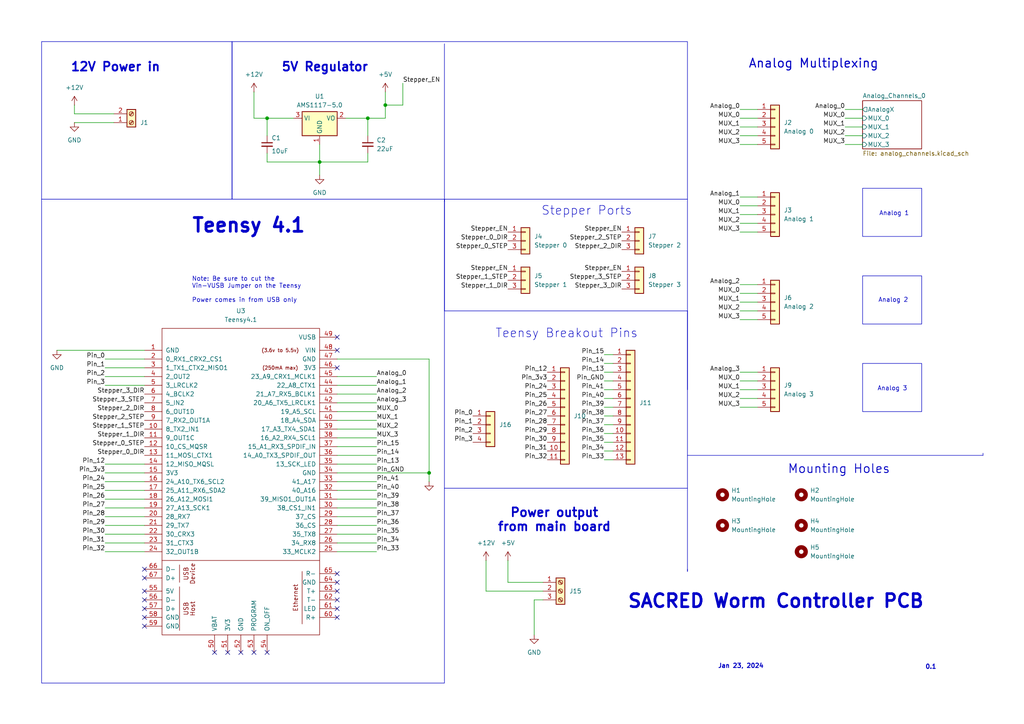
<source format=kicad_sch>
(kicad_sch (version 20231120) (generator "eeschema") (generator_version "8.0")
  (paper "A4")
  (lib_symbols
    (symbol "+5V_1" (power) (pin_numbers hide) (pin_names (offset 0) hide)
      (property "Value" "+5V" (at 0 3.556 0))
      (symbol "+5V_1_0_1"
        (polyline (pts (xy -0.762 1.27) (xy 0 2.54)))
        (polyline (pts (xy 0 0) (xy 0 2.54)))
        (polyline (pts (xy 0 2.54) (xy 0.762 1.27)))
      )
      (symbol "+5V_1_1_1"
        (pin power_in line (at 0 0 90) (length 0) (name "~") (number "1"))
      )
    )
    (symbol "Connector:Screw_Terminal_01x02" (pin_names (offset 1.016) hide)
      (property "Reference" "J" (at 0 2.54 0))
      (property "Value" "Screw_Terminal_01x02" (at 0 -5.08 0))
      (symbol "Screw_Terminal_01x02_1_1"
        (rectangle (start -1.27 1.27) (end 1.27 -3.81) (stroke (width 0.254)) (fill (type background)))
        (circle (center 0 -2.54) (radius 0.635) (stroke (width 0.1524)))
        (polyline (pts (xy -0.5334 -2.2098) (xy 0.3302 -3.048)) (stroke (width 0.1524)))
        (polyline (pts (xy -0.5334 0.3302) (xy 0.3302 -0.508)) (stroke (width 0.1524)))
        (polyline (pts (xy -0.3556 -2.032) (xy 0.508 -2.8702)) (stroke (width 0.1524)))
        (polyline (pts (xy -0.3556 0.508) (xy 0.508 -0.3302)) (stroke (width 0.1524)))
        (circle (center 0 0) (radius 0.635) (stroke (width 0.1524)))
        (pin passive line (at -5.08 0 0) (length 3.81) (name "Pin_1") (number "1"))
        (pin passive line (at -5.08 -2.54 0) (length 3.81) (name "Pin_2") (number "2"))
      )
    )
    (symbol "Connector:Screw_Terminal_01x03" (pin_names (offset 1.016) hide)
      (property "Reference" "J" (at 0 5.08 0))
      (property "Value" "Screw_Terminal_01x03" (at 0 -5.08 0))
      (symbol "Screw_Terminal_01x03_1_1"
        (rectangle (start -1.27 3.81) (end 1.27 -3.81) (stroke (width 0.254)) (fill (type background)))
        (circle (center 0 -2.54) (radius 0.635) (stroke (width 0.1524)))
        (polyline (pts (xy -0.5334 -2.2098) (xy 0.3302 -3.048)) (stroke (width 0.1524)))
        (polyline (pts (xy -0.5334 0.3302) (xy 0.3302 -0.508)) (stroke (width 0.1524)))
        (polyline (pts (xy -0.5334 2.8702) (xy 0.3302 2.032)) (stroke (width 0.1524)))
        (polyline (pts (xy -0.3556 -2.032) (xy 0.508 -2.8702)) (stroke (width 0.1524)))
        (polyline (pts (xy -0.3556 0.508) (xy 0.508 -0.3302)) (stroke (width 0.1524)))
        (polyline (pts (xy -0.3556 3.048) (xy 0.508 2.2098)) (stroke (width 0.1524)))
        (circle (center 0 0) (radius 0.635) (stroke (width 0.1524)))
        (circle (center 0 2.54) (radius 0.635) (stroke (width 0.1524)))
        (pin passive line (at -5.08 2.54 0) (length 3.81) (name "Pin_1") (number "1"))
        (pin passive line (at -5.08 0 0) (length 3.81) (name "Pin_2") (number "2"))
        (pin passive line (at -5.08 -2.54 0) (length 3.81) (name "Pin_3") (number "3"))
      )
    )
    (symbol "Connector_Generic:Conn_01x03" (pin_names (offset 1.016) hide)
      (property "Reference" "J" (at 0 5.08 0))
      (property "Value" "Conn_01x03" (at 0 -5.08 0))
      (symbol "Conn_01x03_1_1"
        (rectangle (start -1.27 -2.413) (end 0 -2.667) (stroke (width 0.1524)))
        (rectangle (start -1.27 0.127) (end 0 -0.127) (stroke (width 0.1524)))
        (rectangle (start -1.27 2.667) (end 0 2.413) (stroke (width 0.1524)))
        (rectangle (start -1.27 3.81) (end 1.27 -3.81) (stroke (width 0.254)) (fill (type background)))
        (pin passive line (at -5.08 2.54 0) (length 3.81) (name "Pin_1") (number "1"))
        (pin passive line (at -5.08 0 0) (length 3.81) (name "Pin_2") (number "2"))
        (pin passive line (at -5.08 -2.54 0) (length 3.81) (name "Pin_3") (number "3"))
      )
    )
    (symbol "Connector_Generic:Conn_01x04" (pin_names (offset 1.016) hide)
      (property "Reference" "J" (at 0 5.08 0))
      (property "Value" "Conn_01x04" (at 0 -7.62 0))
      (symbol "Conn_01x04_1_1"
        (rectangle (start -1.27 -4.953) (end 0 -5.207) (stroke (width 0.1524)))
        (rectangle (start -1.27 -2.413) (end 0 -2.667) (stroke (width 0.1524)))
        (rectangle (start -1.27 0.127) (end 0 -0.127) (stroke (width 0.1524)))
        (rectangle (start -1.27 2.667) (end 0 2.413) (stroke (width 0.1524)))
        (rectangle (start -1.27 3.81) (end 1.27 -6.35) (stroke (width 0.254)) (fill (type background)))
        (pin passive line (at -5.08 2.54 0) (length 3.81) (name "Pin_1") (number "1"))
        (pin passive line (at -5.08 0 0) (length 3.81) (name "Pin_2") (number "2"))
        (pin passive line (at -5.08 -2.54 0) (length 3.81) (name "Pin_3") (number "3"))
        (pin passive line (at -5.08 -5.08 0) (length 3.81) (name "Pin_4") (number "4"))
      )
    )
    (symbol "Connector_Generic:Conn_01x05" (pin_names (offset 1.016) hide)
      (property "Reference" "J" (at 0 7.62 0))
      (property "Value" "Conn_01x05" (at 0 -7.62 0))
      (symbol "Conn_01x05_1_1"
        (rectangle (start -1.27 -4.953) (end 0 -5.207) (stroke (width 0.1524)))
        (rectangle (start -1.27 -2.413) (end 0 -2.667) (stroke (width 0.1524)))
        (rectangle (start -1.27 0.127) (end 0 -0.127) (stroke (width 0.1524)))
        (rectangle (start -1.27 2.667) (end 0 2.413) (stroke (width 0.1524)))
        (rectangle (start -1.27 5.207) (end 0 4.953) (stroke (width 0.1524)))
        (rectangle (start -1.27 6.35) (end 1.27 -6.35) (stroke (width 0.254)) (fill (type background)))
        (pin passive line (at -5.08 5.08 0) (length 3.81) (name "Pin_1") (number "1"))
        (pin passive line (at -5.08 2.54 0) (length 3.81) (name "Pin_2") (number "2"))
        (pin passive line (at -5.08 0 0) (length 3.81) (name "Pin_3") (number "3"))
        (pin passive line (at -5.08 -2.54 0) (length 3.81) (name "Pin_4") (number "4"))
        (pin passive line (at -5.08 -5.08 0) (length 3.81) (name "Pin_5") (number "5"))
      )
    )
    (symbol "Connector_Generic:Conn_01x11" (pin_names (offset 1.016) hide)
      (property "Reference" "J" (at 0 15.24 0))
      (property "Value" "Conn_01x11" (at 0 -15.24 0))
      (symbol "Conn_01x11_1_1"
        (rectangle (start -1.27 -12.573) (end 0 -12.827) (stroke (width 0.1524)))
        (rectangle (start -1.27 -10.033) (end 0 -10.287) (stroke (width 0.1524)))
        (rectangle (start -1.27 -7.493) (end 0 -7.747) (stroke (width 0.1524)))
        (rectangle (start -1.27 -4.953) (end 0 -5.207) (stroke (width 0.1524)))
        (rectangle (start -1.27 -2.413) (end 0 -2.667) (stroke (width 0.1524)))
        (rectangle (start -1.27 0.127) (end 0 -0.127) (stroke (width 0.1524)))
        (rectangle (start -1.27 2.667) (end 0 2.413) (stroke (width 0.1524)))
        (rectangle (start -1.27 5.207) (end 0 4.953) (stroke (width 0.1524)))
        (rectangle (start -1.27 7.747) (end 0 7.493) (stroke (width 0.1524)))
        (rectangle (start -1.27 10.287) (end 0 10.033) (stroke (width 0.1524)))
        (rectangle (start -1.27 12.827) (end 0 12.573) (stroke (width 0.1524)))
        (rectangle (start -1.27 13.97) (end 1.27 -13.97) (stroke (width 0.254)) (fill (type background)))
        (pin passive line (at -5.08 12.7 0) (length 3.81) (name "Pin_1") (number "1"))
        (pin passive line (at -5.08 -10.16 0) (length 3.81) (name "Pin_10") (number "10"))
        (pin passive line (at -5.08 -12.7 0) (length 3.81) (name "Pin_11") (number "11"))
        (pin passive line (at -5.08 10.16 0) (length 3.81) (name "Pin_2") (number "2"))
        (pin passive line (at -5.08 7.62 0) (length 3.81) (name "Pin_3") (number "3"))
        (pin passive line (at -5.08 5.08 0) (length 3.81) (name "Pin_4") (number "4"))
        (pin passive line (at -5.08 2.54 0) (length 3.81) (name "Pin_5") (number "5"))
        (pin passive line (at -5.08 0 0) (length 3.81) (name "Pin_6") (number "6"))
        (pin passive line (at -5.08 -2.54 0) (length 3.81) (name "Pin_7") (number "7"))
        (pin passive line (at -5.08 -5.08 0) (length 3.81) (name "Pin_8") (number "8"))
        (pin passive line (at -5.08 -7.62 0) (length 3.81) (name "Pin_9") (number "9"))
      )
    )
    (symbol "Connector_Generic:Conn_01x13" (pin_names (offset 1.016) hide)
      (property "Reference" "J" (at 0 17.78 0))
      (property "Value" "Conn_01x13" (at 0 -17.78 0))
      (symbol "Conn_01x13_1_1"
        (rectangle (start -1.27 -15.113) (end 0 -15.367) (stroke (width 0.1524)))
        (rectangle (start -1.27 -12.573) (end 0 -12.827) (stroke (width 0.1524)))
        (rectangle (start -1.27 -10.033) (end 0 -10.287) (stroke (width 0.1524)))
        (rectangle (start -1.27 -7.493) (end 0 -7.747) (stroke (width 0.1524)))
        (rectangle (start -1.27 -4.953) (end 0 -5.207) (stroke (width 0.1524)))
        (rectangle (start -1.27 -2.413) (end 0 -2.667) (stroke (width 0.1524)))
        (rectangle (start -1.27 0.127) (end 0 -0.127) (stroke (width 0.1524)))
        (rectangle (start -1.27 2.667) (end 0 2.413) (stroke (width 0.1524)))
        (rectangle (start -1.27 5.207) (end 0 4.953) (stroke (width 0.1524)))
        (rectangle (start -1.27 7.747) (end 0 7.493) (stroke (width 0.1524)))
        (rectangle (start -1.27 10.287) (end 0 10.033) (stroke (width 0.1524)))
        (rectangle (start -1.27 12.827) (end 0 12.573) (stroke (width 0.1524)))
        (rectangle (start -1.27 15.367) (end 0 15.113) (stroke (width 0.1524)))
        (rectangle (start -1.27 16.51) (end 1.27 -16.51) (stroke (width 0.254)) (fill (type background)))
        (pin passive line (at -5.08 15.24 0) (length 3.81) (name "Pin_1") (number "1"))
        (pin passive line (at -5.08 -7.62 0) (length 3.81) (name "Pin_10") (number "10"))
        (pin passive line (at -5.08 -10.16 0) (length 3.81) (name "Pin_11") (number "11"))
        (pin passive line (at -5.08 -12.7 0) (length 3.81) (name "Pin_12") (number "12"))
        (pin passive line (at -5.08 -15.24 0) (length 3.81) (name "Pin_13") (number "13"))
        (pin passive line (at -5.08 12.7 0) (length 3.81) (name "Pin_2") (number "2"))
        (pin passive line (at -5.08 10.16 0) (length 3.81) (name "Pin_3") (number "3"))
        (pin passive line (at -5.08 7.62 0) (length 3.81) (name "Pin_4") (number "4"))
        (pin passive line (at -5.08 5.08 0) (length 3.81) (name "Pin_5") (number "5"))
        (pin passive line (at -5.08 2.54 0) (length 3.81) (name "Pin_6") (number "6"))
        (pin passive line (at -5.08 0 0) (length 3.81) (name "Pin_7") (number "7"))
        (pin passive line (at -5.08 -2.54 0) (length 3.81) (name "Pin_8") (number "8"))
        (pin passive line (at -5.08 -5.08 0) (length 3.81) (name "Pin_9") (number "9"))
      )
    )
    (symbol "Device:C_Small" (pin_numbers hide) (pin_names (offset 0.254) hide)
      (property "Reference" "C" (at 0.254 1.778 0))
      (property "Value" "C_Small" (at 0.254 -2.032 0))
      (symbol "C_Small_0_1"
        (polyline (pts (xy -1.524 -0.508) (xy 1.524 -0.508)) (stroke (width 0.3302)))
        (polyline (pts (xy -1.524 0.508) (xy 1.524 0.508)) (stroke (width 0.3048)))
      )
      (symbol "C_Small_1_1"
        (pin passive line (at 0 2.54 270) (length 2.032) (name "~") (number "1"))
        (pin passive line (at 0 -2.54 90) (length 2.032) (name "~") (number "2"))
      )
    )
    (symbol "Mechanical:MountingHole" (pin_names (offset 1.016)) (exclude_from_sim yes) (in_bom no)
      (property "Reference" "H" (at 0 5.08 0))
      (property "Value" "MountingHole" (at 0 3.175 0))
      (symbol "MountingHole_0_1"
        (circle (center 0 0) (radius 1.27) (stroke (width 1.27)))
      )
    )
    (symbol "Regulator_Linear:AMS1117-5.0"
      (property "Reference" "U" (at -3.81 3.175 0))
      (property "Value" "AMS1117-5.0" (at 0 3.175 0))
      (symbol "AMS1117-5.0_0_1"
        (rectangle (start -5.08 -5.08) (end 5.08 1.905) (stroke (width 0.254)) (fill (type background)))
      )
      (symbol "AMS1117-5.0_1_1"
        (pin power_in line (at 0 -7.62 90) (length 2.54) (name "GND") (number "1"))
        (pin power_out line (at 7.62 0 180) (length 2.54) (name "VO") (number "2"))
        (pin power_in line (at -7.62 0 0) (length 2.54) (name "VI") (number "3"))
      )
    )
    (symbol "power:+12V" (power) (pin_numbers hide) (pin_names (offset 0) hide)
      (property "Value" "+12V" (at 0 3.556 0))
      (symbol "+12V_0_1"
        (polyline (pts (xy -0.762 1.27) (xy 0 2.54)))
        (polyline (pts (xy 0 0) (xy 0 2.54)))
        (polyline (pts (xy 0 2.54) (xy 0.762 1.27)))
      )
      (symbol "+12V_1_1"
        (pin power_in line (at 0 0 90) (length 0) (name "~") (number "1"))
      )
    )
    (symbol "power:+5V" (power) (pin_numbers hide) (pin_names (offset 0) hide)
      (property "Value" "+5V" (at 0 3.556 0))
      (symbol "+5V_0_1"
        (polyline (pts (xy -0.762 1.27) (xy 0 2.54)))
        (polyline (pts (xy 0 0) (xy 0 2.54)))
        (polyline (pts (xy 0 2.54) (xy 0.762 1.27)))
      )
      (symbol "+5V_1_1"
        (pin power_in line (at 0 0 90) (length 0) (name "~") (number "1"))
      )
    )
    (symbol "power:GND" (power) (pin_numbers hide) (pin_names (offset 0) hide)
      (property "Value" "GND" (at 0 -3.81 0))
      (symbol "GND_0_1"
        (polyline (pts (xy 0 0) (xy 0 -1.27) (xy 1.27 -1.27) (xy 0 -2.54) (xy -1.27 -1.27) (xy 0 -1.27)))
      )
      (symbol "GND_1_1"
        (pin power_in line (at 0 0 270) (length 0) (name "~") (number "1"))
      )
    )
    (symbol "power:VCC" (power) (pin_numbers hide) (pin_names (offset 0) hide)
      (property "Value" "VCC" (at 0 3.556 0))
      (symbol "VCC_0_1"
        (polyline (pts (xy -0.762 1.27) (xy 0 2.54)))
        (polyline (pts (xy 0 0) (xy 0 2.54)))
        (polyline (pts (xy 0 2.54) (xy 0.762 1.27)))
      )
      (symbol "VCC_1_1"
        (pin power_in line (at 0 0 90) (length 0) (name "~") (number "1"))
      )
    )
    (symbol "teensy:Teensy4.1" (pin_names (offset 1.016))
      (property "Reference" "U2" (at 0 66.04 0))
      (property "Value" "Teensy4.1" (at 0 63.5 0))
      (symbol "Teensy4.1_0_0"
        (polyline (pts (xy -22.86 -6.35) (xy 22.86 -6.35)))
        (polyline (pts (xy -17.78 -26.67) (xy -17.78 -13.97)))
        (polyline (pts (xy -17.78 -7.62) (xy -17.78 -12.7)))
        (polyline (pts (xy 17.78 -9.525) (xy 17.78 -24.765)))
        (text "(250mA max)" (at 11.43 49.53 0) (effects (font (size 1.016 1.016))))
        (text "(3.6v to 5.5v)" (at 11.43 54.61 0) (effects (font (size 1.016 1.016))))
        (text "Device" (at -13.97 -10.16 900) (effects (font (size 1.27 1.27))))
        (text "Ethernet" (at 15.875 -17.145 900) (effects (font (size 1.27 1.27))))
        (text "Host" (at -13.97 -20.32 900) (effects (font (size 1.27 1.27))))
        (text "USB" (at -15.875 -20.32 900) (effects (font (size 1.27 1.27))))
        (text "USB" (at -15.875 -10.16 900) (effects (font (size 1.27 1.27))))
        (pin bidirectional line (at -27.94 31.75 0) (length 5.08) (name "8_TX2_IN1") (number "10"))
        (pin bidirectional line (at -27.94 29.21 0) (length 5.08) (name "9_OUT1C") (number "11"))
        (pin bidirectional line (at -27.94 26.67 0) (length 5.08) (name "10_CS_MQSR") (number "12"))
        (pin bidirectional line (at -27.94 24.13 0) (length 5.08) (name "11_MOSI_CTX1") (number "13"))
        (pin bidirectional line (at -27.94 21.59 0) (length 5.08) (name "12_MISO_MQSL") (number "14"))
        (pin bidirectional line (at -27.94 16.51 0) (length 5.08) (name "24_A10_TX6_SCL2") (number "16"))
        (pin bidirectional line (at -27.94 13.97 0) (length 5.08) (name "25_A11_RX6_SDA2") (number "17"))
        (pin bidirectional line (at -27.94 11.43 0) (length 5.08) (name "26_A12_MOSI1") (number "18"))
        (pin bidirectional line (at -27.94 8.89 0) (length 5.08) (name "27_A13_SCK1") (number "19"))
        (pin bidirectional line (at -27.94 6.35 0) (length 5.08) (name "28_RX7") (number "20"))
        (pin bidirectional line (at -27.94 3.81 0) (length 5.08) (name "29_TX7") (number "21"))
        (pin bidirectional line (at -27.94 1.27 0) (length 5.08) (name "30_CRX3") (number "22"))
        (pin bidirectional line (at -27.94 -1.27 0) (length 5.08) (name "31_CTX3") (number "23"))
        (pin bidirectional line (at -27.94 -3.81 0) (length 5.08) (name "32_OUT1B") (number "24"))
        (pin bidirectional line (at 27.94 -3.81 180) (length 5.08) (name "33_MCLK2") (number "25"))
        (pin bidirectional line (at 27.94 -1.27 180) (length 5.08) (name "34_RX8") (number "26"))
        (pin bidirectional line (at 27.94 1.27 180) (length 5.08) (name "35_TX8") (number "27"))
        (pin bidirectional line (at 27.94 3.81 180) (length 5.08) (name "36_CS") (number "28"))
        (pin bidirectional line (at 27.94 6.35 180) (length 5.08) (name "37_CS") (number "29"))
        (pin bidirectional line (at 27.94 8.89 180) (length 5.08) (name "38_CS1_IN1") (number "30"))
        (pin bidirectional line (at 27.94 11.43 180) (length 5.08) (name "39_MISO1_OUT1A") (number "31"))
        (pin bidirectional line (at 27.94 13.97 180) (length 5.08) (name "40_A16") (number "32"))
        (pin bidirectional line (at 27.94 16.51 180) (length 5.08) (name "41_A17") (number "33"))
        (pin bidirectional line (at 27.94 21.59 180) (length 5.08) (name "13_SCK_LED") (number "35"))
        (pin bidirectional line (at 27.94 24.13 180) (length 5.08) (name "14_A0_TX3_SPDIF_OUT") (number "36"))
        (pin bidirectional line (at 27.94 26.67 180) (length 5.08) (name "15_A1_RX3_SPDIF_IN") (number "37"))
        (pin bidirectional line (at 27.94 29.21 180) (length 5.08) (name "16_A2_RX4_SCL1") (number "38"))
        (pin bidirectional line (at 27.94 31.75 180) (length 5.08) (name "17_A3_TX4_SDA1") (number "39"))
        (pin bidirectional line (at 27.94 34.29 180) (length 5.08) (name "18_A4_SDA") (number "40"))
        (pin bidirectional line (at 27.94 36.83 180) (length 5.08) (name "19_A5_SCL") (number "41"))
        (pin bidirectional line (at 27.94 39.37 180) (length 5.08) (name "20_A6_TX5_LRCLK1") (number "42"))
        (pin bidirectional line (at 27.94 41.91 180) (length 5.08) (name "21_A7_RX5_BCLK1") (number "43"))
        (pin bidirectional line (at 27.94 44.45 180) (length 5.08) (name "22_A8_CTX1") (number "44"))
        (pin bidirectional line (at 27.94 46.99 180) (length 5.08) (name "23_A9_CRX1_MCLK1") (number "45"))
        (pin power_out line (at 27.94 49.53 180) (length 5.08) (name "3V3") (number "46"))
        (pin power_out line (at 27.94 52.07 180) (length 5.08) (name "GND") (number "47"))
        (pin power_in line (at 27.94 54.61 180) (length 5.08) (name "VIN") (number "48"))
        (pin power_out line (at 27.94 58.42 180) (length 5.08) (name "VUSB") (number "49"))
        (pin bidirectional line (at -27.94 44.45 0) (length 5.08) (name "3_LRCLK2") (number "5"))
        (pin power_in line (at -7.62 -33.02 90) (length 5.08) (name "VBAT") (number "50"))
        (pin power_in line (at -3.81 -33.02 90) (length 5.08) (name "3V3") (number "51"))
        (pin input line (at 0 -33.02 90) (length 5.08) (name "GND") (number "52"))
        (pin input line (at 3.81 -33.02 90) (length 5.08) (name "PROGRAM") (number "53"))
        (pin input line (at 7.62 -33.02 90) (length 5.08) (name "ON_OFF") (number "54"))
        (pin power_out line (at -27.94 -15.24 0) (length 5.08) (name "5V") (number "55"))
        (pin bidirectional line (at -27.94 -17.78 0) (length 5.08) (name "D-") (number "56"))
        (pin bidirectional line (at -27.94 -20.32 0) (length 5.08) (name "D+") (number "57"))
        (pin power_in line (at -27.94 -22.86 0) (length 5.08) (name "GND") (number "58"))
        (pin power_in line (at -27.94 -25.4 0) (length 5.08) (name "GND") (number "59"))
        (pin bidirectional line (at -27.94 41.91 0) (length 5.08) (name "4_BCLK2") (number "6"))
        (pin bidirectional line (at 27.94 -22.86 180) (length 5.08) (name "R+") (number "60"))
        (pin bidirectional line (at 27.94 -20.32 180) (length 5.08) (name "LED") (number "61"))
        (pin bidirectional line (at 27.94 -17.78 180) (length 5.08) (name "T-") (number "62"))
        (pin bidirectional line (at 27.94 -15.24 180) (length 5.08) (name "T+") (number "63"))
        (pin power_in line (at 27.94 -12.7 180) (length 5.08) (name "GND") (number "64"))
        (pin bidirectional line (at 27.94 -10.16 180) (length 5.08) (name "R-") (number "65"))
        (pin bidirectional line (at -27.94 -8.89 0) (length 5.08) (name "D-") (number "66"))
        (pin bidirectional line (at -27.94 -11.43 0) (length 5.08) (name "D+") (number "67"))
        (pin bidirectional line (at -27.94 39.37 0) (length 5.08) (name "5_IN2") (number "7"))
        (pin bidirectional line (at -27.94 36.83 0) (length 5.08) (name "6_OUT1D") (number "8"))
        (pin bidirectional line (at -27.94 34.29 0) (length 5.08) (name "7_RX2_OUT1A") (number "9"))
      )
      (symbol "Teensy4.1_0_1"
        (rectangle (start -22.86 60.96) (end 22.86 -27.94))
        (rectangle (start -20.32 -1.27) (end -20.32 -1.27))
      )
      (symbol "Teensy4.1_1_0"
        (pin power_out line (at -27.94 19.05 0) (length 5.08) (name "3V3") (number "15"))
      )
      (symbol "Teensy4.1_1_1"
        (pin power_in line (at -27.94 54.61 0) (length 5.08) (name "GND") (number "1"))
        (pin bidirectional line (at -27.94 52.07 0) (length 5.08) (name "0_RX1_CRX2_CS1") (number "2"))
        (pin bidirectional line (at -27.94 49.53 0) (length 5.08) (name "1_TX1_CTX2_MISO1") (number "3"))
        (pin power_out line (at 27.94 19.05 180) (length 5.08) (name "GND") (number "34"))
        (pin bidirectional line (at -27.94 46.99 0) (length 5.08) (name "2_OUT2") (number "4"))
      )
    )
  )
  (junction (at 92.71 46.99))
  (junction (at 77.47 34.29))
  (junction (at 111.76 30.48))
  (junction (at 124.46 137.16))
  (junction (at 106.68 34.29))
  (no_connect (at 97.79 173.99))
  (no_connect (at 97.79 176.53))
  (no_connect (at 62.23 189.23))
  (no_connect (at 41.91 181.61))
  (no_connect (at 77.47 189.23))
  (no_connect (at 41.91 165.1))
  (no_connect (at 97.79 168.91))
  (no_connect (at 97.79 97.79))
  (no_connect (at 73.66 189.23))
  (no_connect (at 41.91 167.64))
  (no_connect (at 41.91 173.99))
  (no_connect (at 97.79 179.07))
  (no_connect (at 66.04 189.23))
  (no_connect (at 97.79 171.45))
  (no_connect (at 41.91 176.53))
  (no_connect (at 97.79 166.37))
  (no_connect (at 41.91 171.45))
  (no_connect (at 69.85 189.23))
  (no_connect (at 97.79 106.68))
  (no_connect (at 41.91 179.07))
  (no_connect (at 97.79 101.6))
  (wire (pts (xy 147.32 168.91) (xy 157.48 168.91)))
  (wire (pts (xy 214.63 34.29) (xy 219.71 34.29)))
  (wire (pts (xy 154.94 173.99) (xy 154.94 184.15)))
  (polyline (pts (xy 128.905 141.605) (xy 199.39 141.605)))
  (wire (pts (xy 214.63 31.75) (xy 219.71 31.75)))
  (wire (pts (xy 175.26 110.49) (xy 177.8 110.49)))
  (wire (pts (xy 214.63 87.63) (xy 219.71 87.63)))
  (wire (pts (xy 245.11 41.91) (xy 250.19 41.91)))
  (wire (pts (xy 97.79 157.48) (xy 109.22 157.48)))
  (wire (pts (xy 77.47 46.99) (xy 92.71 46.99)))
  (wire (pts (xy 116.84 30.48) (xy 111.76 30.48)))
  (wire (pts (xy 124.46 104.14) (xy 124.46 137.16)))
  (wire (pts (xy 97.79 149.86) (xy 109.22 149.86)))
  (polyline (pts (xy 199.39 165.1) (xy 199.39 165.735)))
  (wire (pts (xy 214.63 67.31) (xy 219.71 67.31)))
  (wire (pts (xy 30.48 154.94) (xy 41.91 154.94)))
  (wire (pts (xy 214.63 115.57) (xy 219.71 115.57)))
  (wire (pts (xy 175.26 105.41) (xy 177.8 105.41)))
  (wire (pts (xy 30.48 111.76) (xy 41.91 111.76)))
  (wire (pts (xy 111.76 34.29) (xy 106.68 34.29)))
  (wire (pts (xy 175.26 133.35) (xy 177.8 133.35)))
  (wire (pts (xy 106.68 46.99) (xy 106.68 44.45)))
  (wire (pts (xy 21.59 33.02) (xy 33.02 33.02)))
  (wire (pts (xy 175.26 118.11) (xy 177.8 118.11)))
  (wire (pts (xy 214.63 82.55) (xy 219.71 82.55)))
  (wire (pts (xy 106.68 39.37) (xy 106.68 34.29)))
  (wire (pts (xy 214.63 90.17) (xy 219.71 90.17)))
  (wire (pts (xy 97.79 154.94) (xy 109.22 154.94)))
  (wire (pts (xy 109.22 127) (xy 97.79 127)))
  (wire (pts (xy 97.79 132.08) (xy 109.22 132.08)))
  (polyline (pts (xy 199.39 132.08) (xy 285.115 132.08)))
  (wire (pts (xy 30.48 109.22) (xy 41.91 109.22)))
  (wire (pts (xy 109.22 124.46) (xy 97.79 124.46)))
  (wire (pts (xy 175.26 128.27) (xy 177.8 128.27)))
  (wire (pts (xy 111.76 26.67) (xy 111.76 30.48)))
  (wire (pts (xy 30.48 160.02) (xy 41.91 160.02)))
  (wire (pts (xy 147.32 168.91) (xy 147.32 162.56)))
  (wire (pts (xy 214.63 36.83) (xy 219.71 36.83)))
  (wire (pts (xy 175.26 130.81) (xy 177.8 130.81)))
  (wire (pts (xy 109.22 111.76) (xy 97.79 111.76)))
  (wire (pts (xy 175.26 125.73) (xy 177.8 125.73)))
  (polyline (pts (xy 128.905 12.7) (xy 128.905 58.42)))
  (wire (pts (xy 214.63 57.15) (xy 219.71 57.15)))
  (wire (pts (xy 97.79 142.24) (xy 109.22 142.24)))
  (wire (pts (xy 97.79 129.54) (xy 109.22 129.54)))
  (wire (pts (xy 97.79 139.7) (xy 109.22 139.7)))
  (wire (pts (xy 30.48 147.32) (xy 41.91 147.32)))
  (wire (pts (xy 214.63 110.49) (xy 219.71 110.49)))
  (wire (pts (xy 92.71 50.8) (xy 92.71 46.99)))
  (wire (pts (xy 92.71 46.99) (xy 106.68 46.99)))
  (wire (pts (xy 77.47 34.29) (xy 85.09 34.29)))
  (wire (pts (xy 109.22 119.38) (xy 97.79 119.38)))
  (wire (pts (xy 30.48 134.62) (xy 41.91 134.62)))
  (wire (pts (xy 124.46 104.14) (xy 97.79 104.14)))
  (wire (pts (xy 92.71 46.99) (xy 92.71 41.91)))
  (wire (pts (xy 214.63 41.91) (xy 219.71 41.91)))
  (wire (pts (xy 109.22 121.92) (xy 97.79 121.92)))
  (wire (pts (xy 214.63 107.95) (xy 219.71 107.95)))
  (wire (pts (xy 77.47 46.99) (xy 77.47 44.45)))
  (wire (pts (xy 109.22 114.3) (xy 97.79 114.3)))
  (wire (pts (xy 140.97 171.45) (xy 157.48 171.45)))
  (wire (pts (xy 175.26 102.87) (xy 177.8 102.87)))
  (wire (pts (xy 245.11 31.75) (xy 250.19 31.75)))
  (wire (pts (xy 214.63 64.77) (xy 219.71 64.77)))
  (polyline (pts (xy 285.115 131.445) (xy 285.115 132.08)))
  (wire (pts (xy 97.79 134.62) (xy 109.22 134.62)))
  (wire (pts (xy 175.26 123.19) (xy 177.8 123.19)))
  (wire (pts (xy 140.97 171.45) (xy 140.97 162.56)))
  (wire (pts (xy 157.48 173.99) (xy 154.94 173.99)))
  (wire (pts (xy 214.63 113.03) (xy 219.71 113.03)))
  (wire (pts (xy 245.11 34.29) (xy 250.19 34.29)))
  (wire (pts (xy 116.84 24.13) (xy 116.84 30.48)))
  (wire (pts (xy 30.48 139.7) (xy 41.91 139.7)))
  (wire (pts (xy 245.11 39.37) (xy 250.19 39.37)))
  (wire (pts (xy 30.48 157.48) (xy 41.91 157.48)))
  (wire (pts (xy 106.68 34.29) (xy 100.33 34.29)))
  (wire (pts (xy 73.66 34.29) (xy 77.47 34.29)))
  (wire (pts (xy 214.63 85.09) (xy 219.71 85.09)))
  (wire (pts (xy 73.66 26.67) (xy 73.66 34.29)))
  (wire (pts (xy 97.79 152.4) (xy 109.22 152.4)))
  (wire (pts (xy 214.63 62.23) (xy 219.71 62.23)))
  (wire (pts (xy 97.79 137.16) (xy 124.46 137.16)))
  (wire (pts (xy 109.22 116.84) (xy 97.79 116.84)))
  (wire (pts (xy 175.26 115.57) (xy 177.8 115.57)))
  (wire (pts (xy 214.63 39.37) (xy 219.71 39.37)))
  (wire (pts (xy 30.48 104.14) (xy 41.91 104.14)))
  (wire (pts (xy 30.48 152.4) (xy 41.91 152.4)))
  (wire (pts (xy 77.47 39.37) (xy 77.47 34.29)))
  (wire (pts (xy 16.51 101.6) (xy 41.91 101.6)))
  (wire (pts (xy 30.48 149.86) (xy 41.91 149.86)))
  (wire (pts (xy 175.26 113.03) (xy 177.8 113.03)))
  (wire (pts (xy 30.48 144.78) (xy 41.91 144.78)))
  (wire (pts (xy 214.63 59.69) (xy 219.71 59.69)))
  (wire (pts (xy 245.11 36.83) (xy 250.19 36.83)))
  (wire (pts (xy 97.79 144.78) (xy 109.22 144.78)))
  (wire (pts (xy 21.59 35.56) (xy 33.02 35.56)))
  (polyline (pts (xy 199.39 90.17) (xy 199.39 113.03)))
  (wire (pts (xy 109.22 109.22) (xy 97.79 109.22)))
  (wire (pts (xy 97.79 160.02) (xy 109.22 160.02)))
  (wire (pts (xy 30.48 142.24) (xy 41.91 142.24)))
  (wire (pts (xy 97.79 147.32) (xy 109.22 147.32)))
  (wire (pts (xy 30.48 137.16) (xy 41.91 137.16)))
  (wire (pts (xy 175.26 107.95) (xy 177.8 107.95)))
  (wire (pts (xy 214.63 118.11) (xy 219.71 118.11)))
  (polyline (pts (xy 199.39 165.735) (xy 199.39 90.17)))
  (wire (pts (xy 214.63 92.71) (xy 219.71 92.71)))
  (wire (pts (xy 111.76 30.48) (xy 111.76 34.29)))
  (wire (pts (xy 30.48 106.68) (xy 41.91 106.68)))
  (wire (pts (xy 124.46 137.16) (xy 124.46 139.7)))
  (wire (pts (xy 175.26 120.65) (xy 177.8 120.65)))
  (wire (pts (xy 21.59 33.02) (xy 21.59 30.48)))
  (rectangle (start 67.31 12.065) (end 199.39 57.785))
  (rectangle (start 12.065 12.065) (end 67.31 57.785))
  (rectangle (start 128.905 57.785) (end 199.39 90.17))
  (rectangle (start 250.19 54.61) (end 267.335 68.58))
  (rectangle (start 250.19 80.01) (end 267.335 93.98))
  (rectangle (start 250.19 105.41) (end 267.335 119.38))
  (rectangle (start 12.065 57.785) (end 128.905 198.12))
  (text "Analog Multiplexing" (at 235.966 18.542 0) (effects (font (size 2.54 2.54) (thickness 0.3175))))
  (text "Stepper Ports" (at 170.18 61.214 0) (effects (font (size 2.54 2.54))))
  (text "Power output\nfrom main board" (at 160.782 150.876 0) (effects (font (size 2.54 2.54) (thickness 0.508) (bold yes))))
  (text "Jan 23, 2024" (at 214.884 193.294 0) (effects (font (size 1.27 1.27) (thickness 0.254) (bold yes))))
  (text "Teensy Breakout Pins" (at 164.338 96.774 0) (effects (font (size 2.54 2.54))))
  (text "Teensy 4.1" (at 72.136 65.532 0) (effects (font (size 4 4) (thickness 0.8) (bold yes))))
  (text "Analog 2" (at 259.08 87.122 0) (effects (font (size 1.27 1.27) (thickness 0.1588))))
  (text "12V Power in" (at 33.528 19.558 0) (effects (font (size 2.54 2.54) (thickness 0.508) (bold yes))))
  (text "Analog 1" (at 259.334 61.976 0) (effects (font (size 1.27 1.27) (thickness 0.1588))))
  (text "Note: Be sure to cut the \nVin-VUSB Jumper on the Teensy\n\nPower comes in from USB only" (at 55.626 84.074 0) (effects (font (size 1.27 1.27)) (justify left)))
  (text "5V Regulator" (at 94.234 19.558 0) (effects (font (size 2.54 2.54) (thickness 0.508) (bold yes))))
  (text "SACRED Worm Controller PCB" (at 225.044 174.498 0) (effects (font (size 3.81 3.81) (thickness 0.762) (bold yes))))
  (text "Mounting Holes" (at 243.332 136.144 0) (effects (font (size 2.54 2.54) (thickness 0.254) (bold yes))))
  (text "0.1" (at 270.002 193.548 0) (effects (font (size 1.27 1.27) (thickness 0.254) (bold yes))))
  (text "Analog 3" (at 258.826 112.776 0) (effects (font (size 1.27 1.27) (thickness 0.1588))))
  (label "MUX_3" (at 214.63 118.11 180))
  (label "MUX_0" (at 214.63 85.09 180))
  (label "Pin_0" (at 137.16 120.65 180) (effects (font (thickness 0.1588))))
  (label "MUX_2" (at 214.63 115.57 180))
  (label "Analog_2" (at 109.22 114.3 0))
  (label "Pin_41" (at 109.22 139.7 0))
  (label "MUX_0" (at 214.63 59.69 180))
  (label "Pin_2" (at 30.48 109.22 180) (effects (font (thickness 0.1588))))
  (label "MUX_3" (at 214.63 41.91 180))
  (label "Pin_27" (at 30.48 147.32 180) (effects (font (thickness 0.1588))))
  (label "Pin_33" (at 175.26 133.35 180))
  (label "Stepper_EN" (at 147.32 67.31 180))
  (label "MUX_1" (at 109.22 121.92 0))
  (label "Pin_14" (at 109.22 132.08 0))
  (label "MUX_2" (at 214.63 39.37 180))
  (label "Stepper_EN" (at 116.84 24.13 0))
  (label "Pin_31" (at 158.75 130.81 180) (effects (font (thickness 0.1588))))
  (label "MUX_0" (at 245.11 34.29 180))
  (label "MUX_1" (at 214.63 62.23 180))
  (label "Stepper_3_STEP" (at 180.34 81.28 180))
  (label "Pin_24" (at 158.75 113.03 180) (effects (font (thickness 0.1588))))
  (label "Pin_0" (at 30.48 104.14 180) (effects (font (thickness 0.1588))))
  (label "Pin_3v3" (at 30.48 137.16 180) (effects (font (thickness 0.1588))))
  (label "Stepper_EN" (at 180.34 67.31 180))
  (label "Pin_35" (at 175.26 128.27 180))
  (label "Pin_15" (at 109.22 129.54 0))
  (label "Stepper_2_DIR" (at 41.91 119.38 180))
  (label "Pin_25" (at 158.75 115.57 180) (effects (font (thickness 0.1588))))
  (label "Analog_0" (at 245.11 31.75 180))
  (label "Pin_1" (at 137.16 123.19 180) (effects (font (thickness 0.1588))))
  (label "Pin_40" (at 109.22 142.24 0))
  (label "Pin_37" (at 109.22 149.86 0))
  (label "Stepper_2_DIR" (at 180.34 72.39 180))
  (label "MUX_1" (at 214.63 36.83 180))
  (label "Pin_GND" (at 175.26 110.49 180))
  (label "Pin_41" (at 175.26 113.03 180))
  (label "Pin_34" (at 109.22 157.48 0))
  (label "MUX_3" (at 109.22 127 0))
  (label "Stepper_1_STEP" (at 147.32 81.28 180))
  (label "Stepper_3_STEP" (at 41.91 116.84 180))
  (label "Analog_2" (at 214.63 82.55 180))
  (label "Pin_30" (at 30.48 154.94 180) (effects (font (thickness 0.1588))))
  (label "MUX_3" (at 214.63 67.31 180))
  (label "Pin_29" (at 158.75 125.73 180) (effects (font (thickness 0.1588))))
  (label "Stepper_2_STEP" (at 180.34 69.85 180))
  (label "Stepper_1_DIR" (at 41.91 127 180))
  (label "Pin_32" (at 158.75 133.35 180) (effects (font (thickness 0.1588))))
  (label "Analog_3" (at 109.22 116.84 0))
  (label "Stepper_1_DIR" (at 147.32 83.82 180))
  (label "Pin_25" (at 30.48 142.24 180) (effects (font (thickness 0.1588))))
  (label "MUX_2" (at 214.63 64.77 180))
  (label "Stepper_EN" (at 147.32 78.74 180))
  (label "MUX_2" (at 245.11 39.37 180))
  (label "Pin_12" (at 158.75 107.95 180))
  (label "Stepper_0_STEP" (at 41.91 129.54 180))
  (label "Analog_3" (at 214.63 107.95 180))
  (label "Pin_36" (at 109.22 152.4 0))
  (label "Pin_40" (at 175.26 115.57 180))
  (label "Pin_39" (at 109.22 144.78 0))
  (label "Stepper_0_STEP" (at 147.32 72.39 180))
  (label "Pin_12" (at 30.48 134.62 180))
  (label "Stepper_0_DIR" (at 41.91 132.08 180))
  (label "Pin_13" (at 109.22 134.62 0))
  (label "Pin_3" (at 137.16 128.27 180) (effects (font (thickness 0.1588))))
  (label "Analog_1" (at 214.63 57.15 180))
  (label "Pin_GND" (at 109.22 137.16 0))
  (label "Pin_33" (at 109.22 160.02 0))
  (label "Pin_27" (at 158.75 120.65 180) (effects (font (thickness 0.1588))))
  (label "Pin_38" (at 109.22 147.32 0))
  (label "MUX_3" (at 245.11 41.91 180))
  (label "Stepper_EN" (at 180.34 78.74 180))
  (label "Pin_30" (at 158.75 128.27 180) (effects (font (thickness 0.1588))))
  (label "Analog_0" (at 109.22 109.22 0))
  (label "Analog_0" (at 214.63 31.75 180))
  (label "Stepper_3_DIR" (at 180.34 83.82 180))
  (label "Pin_35" (at 109.22 154.94 0))
  (label "Pin_14" (at 175.26 105.41 180))
  (label "Pin_28" (at 30.48 149.86 180) (effects (font (thickness 0.1588))))
  (label "Pin_29" (at 30.48 152.4 180) (effects (font (thickness 0.1588))))
  (label "MUX_1" (at 214.63 87.63 180))
  (label "Stepper_1_STEP" (at 41.91 124.46 180))
  (label "MUX_3" (at 214.63 92.71 180))
  (label "Pin_26" (at 30.48 144.78 180) (effects (font (thickness 0.1588))))
  (label "Pin_26" (at 158.75 118.11 180) (effects (font (thickness 0.1588))))
  (label "Pin_3" (at 30.48 111.76 180) (effects (font (thickness 0.1588))))
  (label "Pin_36" (at 175.26 125.73 180))
  (label "Pin_37" (at 175.26 123.19 180))
  (label "Pin_39" (at 175.26 118.11 180))
  (label "MUX_2" (at 109.22 124.46 0))
  (label "Pin_28" (at 158.75 123.19 180) (effects (font (thickness 0.1588))))
  (label "Pin_15" (at 175.26 102.87 180))
  (label "Pin_32" (at 30.48 160.02 180) (effects (font (thickness 0.1588))))
  (label "Stepper_2_STEP" (at 41.91 121.92 180))
  (label "Pin_31" (at 30.48 157.48 180) (effects (font (thickness 0.1588))))
  (label "Pin_2" (at 137.16 125.73 180) (effects (font (thickness 0.1588))))
  (label "MUX_2" (at 214.63 90.17 180))
  (label "Pin_24" (at 30.48 139.7 180) (effects (font (thickness 0.1588))))
  (label "MUX_1" (at 245.11 36.83 180))
  (label "MUX_0" (at 214.63 34.29 180))
  (label "Pin_38" (at 175.26 120.65 180))
  (label "MUX_0" (at 109.22 119.38 0))
  (label "Stepper_0_DIR" (at 147.32 69.85 180))
  (label "MUX_1" (at 214.63 113.03 180))
  (label "Analog_1" (at 109.22 111.76 0))
  (label "Pin_3v3" (at 158.75 110.49 180) (effects (font (thickness 0.1588))))
  (label "Pin_34" (at 175.26 130.81 180))
  (label "Stepper_3_DIR" (at 41.91 114.3 180))
  (label "Pin_13" (at 175.26 107.95 180))
  (label "Pin_1" (at 30.48 106.68 180) (effects (font (thickness 0.1588))))
  (label "MUX_0" (at 214.63 110.49 180))
  (symbol (lib_id "Mechanical:MountingHole") (at 209.55 143.51 0) (unit 1) (exclude_from_sim yes) (in_bom no)
    (property "Reference" "H1" (at 212.09 142.2399 0) (effects (justify left)))
    (property "Value" "MountingHole" (at 212.09 144.7799 0) (effects (justify left)))
    (property "Footprint" "MountingHole:MountingHole_3.2mm_M3" (effects (hide yes)))
    (property "Description" "Mounting Hole without connection" (effects (hide yes)))
  )
  (symbol (lib_id "Mechanical:MountingHole") (at 232.41 143.51 0) (unit 1) (exclude_from_sim yes) (in_bom no)
    (property "Reference" "H2" (at 234.95 142.2399 0) (effects (justify left)))
    (property "Value" "MountingHole" (at 234.95 144.7799 0) (effects (justify left)))
    (property "Footprint" "MountingHole:MountingHole_3.2mm_M3" (effects (hide yes)))
    (property "Description" "Mounting Hole without connection" (effects (hide yes)))
  )
  (symbol (lib_id "Connector_Generic:Conn_01x11") (at 163.83 120.65 0) (unit 1)
    (property "Reference" "J10" (at 166.37 120.6499 0) (effects (justify left)))
    (property "Value" "Conn_01x11" (effects (hide yes)))
    (property "Footprint" "Connector_PinHeader_2.54mm:PinHeader_1x11_P2.54mm_Vertical" (effects (hide yes)))
    (property "Description" "Generic connector, single row, 01x11, script generated (kicad-library-utils/schlib/autogen/connector/)" (effects (hide yes)))
  )
  (symbol (lib_name "+5V_1") (lib_id "power:+5V") (at 111.76 26.67 0) (unit 1)
    (property "Reference" "#PWR02" (effects (hide yes)))
    (property "Value" "+5V" (at 111.76 21.59 0))
    (property "Description" "Power symbol creates a global label with name \"+5V\"" (effects (hide yes)))
  )
  (symbol (lib_id "Connector_Generic:Conn_01x03") (at 185.42 81.28 0) (unit 1) (exclude_from_sim yes)
    (property "Reference" "J8" (at 187.96 80.0099 0) (effects (justify left)))
    (property "Value" "Stepper 3" (at 187.96 82.5499 0) (effects (justify left)))
    (property "Footprint" "Connector_PinHeader_2.54mm:PinHeader_1x03_P2.54mm_Vertical" (effects (hide yes)))
    (property "Description" "Generic connector, single row, 01x03, script generated (kicad-library-utils/schlib/autogen/connector/)" (effects (hide yes)))
  )
  (symbol (lib_id "Regulator_Linear:AMS1117-5.0") (at 92.71 34.29 0) (unit 1) (exclude_from_sim yes)
    (property "Reference" "U1" (at 92.71 27.94 0))
    (property "Value" "AMS1117-5.0" (at 92.71 30.48 0))
    (property "Footprint" "Package_TO_SOT_SMD:SOT-223-3_TabPin2" (effects (hide yes)))
    (property "Datasheet" "http://www.advanced-monolithic.com/pdf/ds1117.pdf" (effects (hide yes)))
    (property "Description" "1A Low Dropout regulator, positive, 5.0V fixed output, SOT-223" (effects (hide yes)))
  )
  (symbol (lib_id "Connector:Screw_Terminal_01x02") (at 38.1 35.56 0) (mirror x) (unit 1) (exclude_from_sim yes)
    (property "Reference" "J1" (at 40.64 35.5601 0) (effects (justify left)))
    (property "Value" "Screw_Terminal_01x02" (effects (hide yes)))
    (property "Footprint" "TerminalBlock_Phoenix:TerminalBlock_Phoenix_MKDS-1,5-2_1x02_P5.00mm_Horizontal" (effects (hide yes)))
    (property "Description" "Generic screw terminal, single row, 01x02, script generated (kicad-library-utils/schlib/autogen/connector/)" (effects (hide yes)))
  )
  (symbol (lib_id "Connector_Generic:Conn_01x05") (at 224.79 113.03 0) (unit 1) (exclude_from_sim yes)
    (property "Reference" "J9" (at 227.33 111.7599 0) (effects (justify left)))
    (property "Value" "Analog 3" (at 227.33 114.2999 0) (effects (justify left)))
    (property "Footprint" "Connector_PinHeader_2.54mm:PinHeader_1x05_P2.54mm_Vertical" (effects (hide yes)))
    (property "Description" "Generic connector, single row, 01x05, script generated (kicad-library-utils/schlib/autogen/connector/)" (effects (hide yes)))
  )
  (symbol (lib_id "Connector_Generic:Conn_01x05") (at 224.79 87.63 0) (unit 1) (exclude_from_sim yes)
    (property "Reference" "J6" (at 227.33 86.3599 0) (effects (justify left)))
    (property "Value" "Analog 2" (at 227.33 88.8999 0) (effects (justify left)))
    (property "Footprint" "Connector_PinHeader_2.54mm:PinHeader_1x05_P2.54mm_Vertical" (effects (hide yes)))
    (property "Description" "Generic connector, single row, 01x05, script generated (kicad-library-utils/schlib/autogen/connector/)" (effects (hide yes)))
  )
  (symbol (lib_id "power:+12V") (at 140.97 162.56 0) (unit 1)
    (property "Reference" "#PWR027" (effects (hide yes)))
    (property "Value" "+12V" (at 140.97 157.48 0))
    (property "Description" "Power symbol creates a global label with name \"+12V\"" (effects (hide yes)))
  )
  (symbol (lib_id "power:GND") (at 154.94 184.15 0) (unit 1)
    (property "Reference" "#PWR030" (effects (hide yes)))
    (property "Value" "GND" (at 154.94 189.23 0))
    (property "Description" "Power symbol creates a global label with name \"GND\" , ground" (effects (hide yes)))
  )
  (symbol (lib_id "Connector_Generic:Conn_01x05") (at 224.79 62.23 0) (unit 1) (exclude_from_sim yes)
    (property "Reference" "J3" (at 227.33 60.9599 0) (effects (justify left)))
    (property "Value" "Analog 1" (at 227.33 63.4999 0) (effects (justify left)))
    (property "Footprint" "Connector_PinHeader_2.54mm:PinHeader_1x05_P2.54mm_Vertical" (effects (hide yes)))
    (property "Description" "Generic connector, single row, 01x05, script generated (kicad-library-utils/schlib/autogen/connector/)" (effects (hide yes)))
  )
  (symbol (lib_id "Connector_Generic:Conn_01x04") (at 142.24 123.19 0) (unit 1)
    (property "Reference" "J16" (at 144.78 123.1899 0) (effects (justify left)))
    (property "Value" "Conn_01x04" (effects (hide yes)))
    (property "Footprint" "Connector_PinHeader_2.54mm:PinHeader_1x04_P2.54mm_Vertical" (effects (hide yes)))
    (property "Description" "Generic connector, single row, 01x04, script generated (kicad-library-utils/schlib/autogen/connector/)" (effects (hide yes)))
  )
  (symbol (lib_id "power:GND") (at 16.51 101.6 0) (unit 1)
    (property "Reference" "#PWR09" (effects (hide yes)))
    (property "Value" "GND" (at 16.51 106.68 0))
    (property "Description" "Power symbol creates a global label with name \"GND\" , ground" (effects (hide yes)))
  )
  (symbol (lib_id "power:+5V") (at 147.32 162.56 0) (unit 1)
    (property "Reference" "#PWR028" (effects (hide yes)))
    (property "Value" "+5V" (at 147.32 157.48 0))
    (property "Description" "Power symbol creates a global label with name \"+5V\"" (effects (hide yes)))
  )
  (symbol (lib_id "Mechanical:MountingHole") (at 209.55 152.4 0) (unit 1) (exclude_from_sim yes) (in_bom no)
    (property "Reference" "H3" (at 212.09 151.1299 0) (effects (justify left)))
    (property "Value" "MountingHole" (at 212.09 153.6699 0) (effects (justify left)))
    (property "Footprint" "MountingHole:MountingHole_3.2mm_M3" (effects (hide yes)))
    (property "Description" "Mounting Hole without connection" (effects (hide yes)))
  )
  (symbol (lib_id "Mechanical:MountingHole") (at 232.41 152.4 0) (unit 1) (exclude_from_sim yes) (in_bom no) (on_board no)
    (property "Reference" "H4" (at 234.95 151.1299 0) (effects (justify left)))
    (property "Value" "MountingHole" (at 234.95 153.6699 0) (effects (justify left)))
    (property "Footprint" "MountingHole:MountingHole_3.2mm_M3" (effects (hide yes)))
    (property "Description" "Mounting Hole without connection" (effects (hide yes)))
  )
  (symbol (lib_id "Connector_Generic:Conn_01x13") (at 182.88 118.11 0) (unit 1) (exclude_from_sim yes)
    (property "Reference" "J11" (at 185.42 116.8399 0) (effects (justify left)))
    (property "Value" "Conn_01x13" (effects (hide yes)))
    (property "Footprint" "Connector_PinHeader_2.54mm:PinHeader_1x13_P2.54mm_Vertical" (effects (hide yes)))
    (property "Description" "Generic connector, single row, 01x13, script generated (kicad-library-utils/schlib/autogen/connector/)" (effects (hide yes)))
  )
  (symbol (lib_id "Device:C_Small") (at 106.68 41.91 0) (unit 1)
    (property "Reference" "C2" (at 109.22 40.6462 0) (effects (justify left)))
    (property "Value" "22uF" (at 109.22 43.1862 0) (effects (justify left)))
    (property "Footprint" "Capacitor_SMD:C_1206_3216Metric" (effects (hide yes)))
    (property "LCSC Part #" "C13585" (effects (hide yes)))
  )
  (symbol (lib_id "Connector_Generic:Conn_01x03") (at 152.4 69.85 0) (unit 1) (exclude_from_sim yes)
    (property "Reference" "J4" (at 154.94 68.5799 0) (effects (justify left)))
    (property "Value" "Stepper 0" (at 154.94 71.1199 0) (effects (justify left)))
    (property "Footprint" "Connector_PinHeader_2.54mm:PinHeader_1x03_P2.54mm_Vertical" (effects (hide yes)))
    (property "Description" "Generic connector, single row, 01x03, script generated (kicad-library-utils/schlib/autogen/connector/)" (effects (hide yes)))
  )
  (symbol (lib_id "power:VCC") (at 21.59 30.48 0) (unit 1)
    (property "Reference" "#PWR05" (effects (hide yes)))
    (property "Value" "+12V" (at 21.59 25.4 0))
    (property "Description" "Power symbol creates a global label with name \"VCC\"" (effects (hide yes)))
  )
  (symbol (lib_id "Connector_Generic:Conn_01x05") (at 224.79 36.83 0) (unit 1) (exclude_from_sim yes)
    (property "Reference" "J2" (at 227.33 35.5599 0) (effects (justify left)))
    (property "Value" "Analog 0" (at 227.33 38.0999 0) (effects (justify left)))
    (property "Footprint" "Connector_PinHeader_2.54mm:PinHeader_1x05_P2.54mm_Vertical" (effects (hide yes)))
    (property "Description" "Generic connector, single row, 01x05, script generated (kicad-library-utils/schlib/autogen/connector/)" (effects (hide yes)))
  )
  (symbol (lib_id "power:GND") (at 124.46 139.7 0) (unit 1)
    (property "Reference" "#PWR010" (effects (hide yes)))
    (property "Value" "GND" (effects (hide yes)))
    (property "Description" "Power symbol creates a global label with name \"GND\" , ground" (effects (hide yes)))
  )
  (symbol (lib_id "power:GND") (at 21.59 35.56 0) (unit 1)
    (property "Reference" "#PWR06" (effects (hide yes)))
    (property "Value" "GND" (at 21.59 40.64 0))
    (property "Description" "Power symbol creates a global label with name \"GND\" , ground" (effects (hide yes)))
  )
  (symbol (lib_id "Mechanical:MountingHole") (at 232.41 160.02 0) (unit 1) (exclude_from_sim yes) (in_bom no) (on_board no)
    (property "Reference" "H5" (at 234.95 158.7499 0) (effects (justify left)))
    (property "Value" "MountingHole" (at 234.95 161.2899 0) (effects (justify left)))
    (property "Footprint" "MountingHole:MountingHole_3.2mm_M3" (effects (hide yes)))
    (property "Description" "Mounting Hole without connection" (effects (hide yes)))
  )
  (symbol (lib_id "power:GND") (at 92.71 50.8 0) (unit 1)
    (property "Reference" "#PWR07" (effects (hide yes)))
    (property "Value" "GND" (at 92.71 55.88 0))
    (property "Description" "Power symbol creates a global label with name \"GND\" , ground" (effects (hide yes)))
  )
  (symbol (lib_id "power:+12V") (at 73.66 26.67 0) (unit 1)
    (property "Reference" "#PWR01" (effects (hide yes)))
    (property "Value" "+12V" (at 73.66 21.59 0))
    (property "Description" "Power symbol creates a global label with name \"+12V\"" (effects (hide yes)))
  )
  (symbol (lib_id "Device:C_Small") (at 77.47 41.91 0) (unit 1)
    (property "Reference" "C1" (at 78.74 40.005 0) (effects (justify left)))
    (property "Value" "10uF" (at 78.74 43.815 0) (effects (justify left)))
    (property "Footprint" "Capacitor_SMD:C_1206_3216Metric" (effects (hide yes)))
    (property "LCSC Part #" "C13585" (effects (hide yes)))
  )
  (symbol (lib_id "Connector:Screw_Terminal_01x03") (at 162.56 171.45 0) (unit 1)
    (property "Reference" "J15" (at 165.1 171.4499 0) (effects (justify left)))
    (property "Value" "Screw_Terminal_01x04" (effects (hide yes)))
    (property "Footprint" "TerminalBlock_Phoenix:TerminalBlock_Phoenix_MKDS-1,5-3-5.08_1x03_P5.08mm_Horizontal" (effects (hide yes)))
    (property "Description" "Generic screw terminal, single row, 01x03, script generated (kicad-library-utils/schlib/autogen/connector/)" (effects (hide yes)))
  )
  (symbol (lib_id "teensy:Teensy4.1") (at 69.85 156.21 0) (unit 1) (exclude_from_sim yes)
    (property "Reference" "U3" (at 69.85 90.17 0))
    (property "Value" "Teensy4.1" (at 69.85 92.71 0))
    (property "Footprint" "Teensy:Teensy41_2" (effects (hide yes)))
  )
  (symbol (lib_id "Connector_Generic:Conn_01x03") (at 185.42 69.85 0) (unit 1) (exclude_from_sim yes)
    (property "Reference" "J7" (at 187.96 68.5799 0) (effects (justify left)))
    (property "Value" "Stepper 2" (at 187.96 71.1199 0) (effects (justify left)))
    (property "Footprint" "Connector_PinHeader_2.54mm:PinHeader_1x03_P2.54mm_Vertical" (effects (hide yes)))
    (property "Description" "Generic connector, single row, 01x03, script generated (kicad-library-utils/schlib/autogen/connector/)" (effects (hide yes)))
  )
  (symbol (lib_id "Connector_Generic:Conn_01x03") (at 152.4 81.28 0) (unit 1) (exclude_from_sim yes)
    (property "Reference" "J5" (at 154.94 80.0099 0) (effects (justify left)))
    (property "Value" "Stepper 1" (at 154.94 82.5499 0) (effects (justify left)))
    (property "Footprint" "Connector_PinHeader_2.54mm:PinHeader_1x03_P2.54mm_Vertical" (effects (hide yes)))
    (property "Description" "Generic connector, single row, 01x03, script generated (kicad-library-utils/schlib/autogen/connector/)" (effects (hide yes)))
  )
  (sheet (at 250.19 29.21) (size 17.145 13.97) (stroke (width 0.1524))
    (property "Sheetname" "Analog_Channels_0" (at 250.19 28.4984 0) (effects (justify left bottom)))
    (property "Sheetfile" "analog_channels.kicad_sch" (at 250.19 43.7646 0) (effects (justify left top)))
    (pin "MUX_0" input (at 250.19 34.29 180))
    (pin "MUX_1" input (at 250.19 36.83 180))
    (pin "MUX_2" input (at 250.19 39.37 180))
    (pin "MUX_3" input (at 250.19 41.91 180))
    (pin "AnalogX" output (at 250.19 31.75 180))
  )
)
</source>
